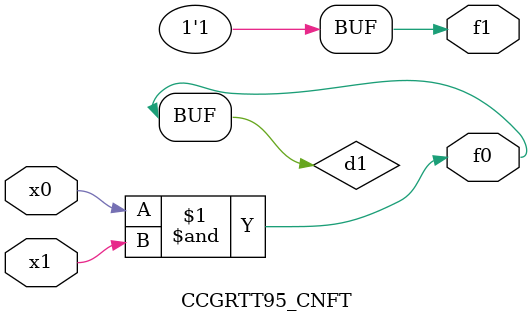
<source format=v>
module CCGRTT95_CNFT(
	input x0, x1,
	output f0, f1
);

	wire d1;

	assign f0 = d1;
	and (d1, x0, x1);
	assign f1 = 1'b1;
endmodule

</source>
